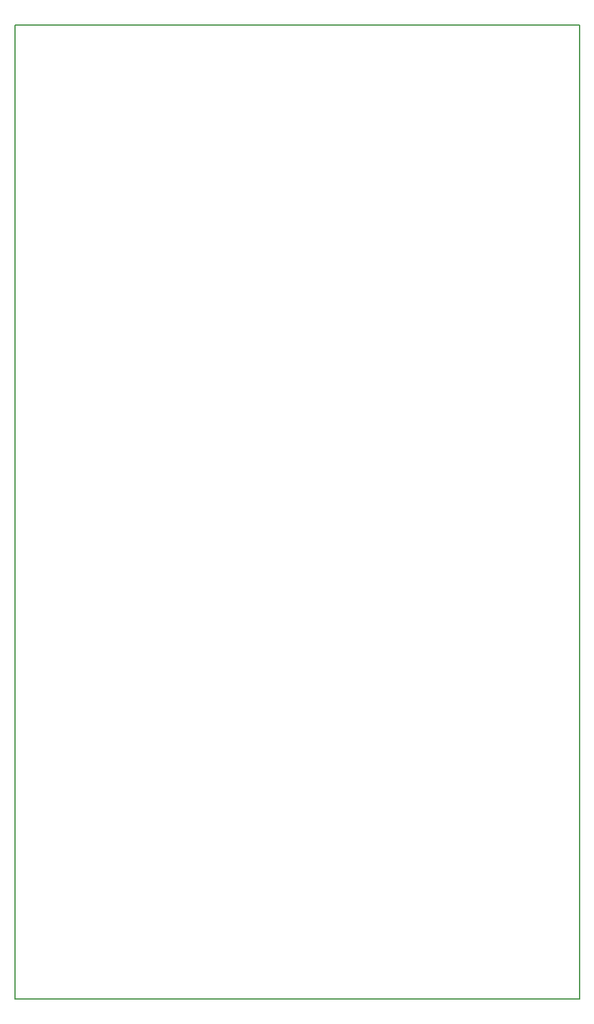
<source format=gko>
G04*
G04 #@! TF.GenerationSoftware,Altium Limited,Altium Designer,18.1.9 (240)*
G04*
G04 Layer_Color=16711935*
%FSAX25Y25*%
%MOIN*%
G70*
G01*
G75*
%ADD43C,0.00787*%
D43*
X0243500Y0617500D02*
X0243500Y0099000D01*
X0243500Y0617500D02*
X0544500D01*
X0544500Y0099000D01*
X0243500D02*
X0544500D01*
M02*

</source>
